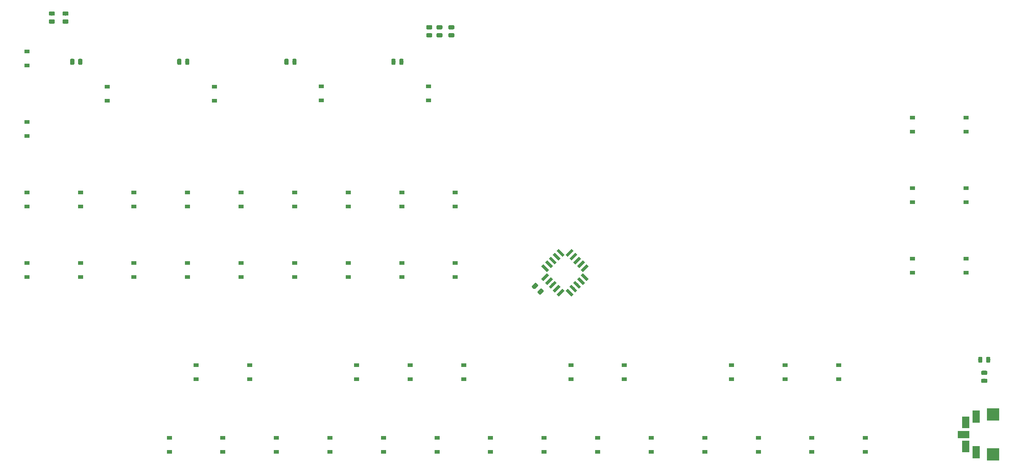
<source format=gbr>
G04 #@! TF.GenerationSoftware,KiCad,Pcbnew,(5.0.0)*
G04 #@! TF.CreationDate,2018-08-12T11:34:12+02:00*
G04 #@! TF.ProjectId,OTTOtact,4F54544F746163742E6B696361645F70,rev?*
G04 #@! TF.SameCoordinates,Original*
G04 #@! TF.FileFunction,Paste,Bot*
G04 #@! TF.FilePolarity,Positive*
%FSLAX46Y46*%
G04 Gerber Fmt 4.6, Leading zero omitted, Abs format (unit mm)*
G04 Created by KiCad (PCBNEW (5.0.0)) date 08/12/18 11:34:12*
%MOMM*%
%LPD*%
G01*
G04 APERTURE LIST*
%ADD10R,1.800000X2.800000*%
%ADD11R,2.800000X1.800000*%
%ADD12R,1.800000X3.000000*%
%ADD13R,3.000000X3.000000*%
%ADD14R,1.200000X0.900000*%
%ADD15C,0.700000*%
%ADD16C,0.100000*%
%ADD17C,0.975000*%
G04 APERTURE END LIST*
D10*
G04 #@! TO.C,J5*
X253336048Y-137593821D03*
X253336048Y-131993821D03*
D11*
X252836048Y-134793821D03*
D12*
X255836048Y-130593821D03*
X255836048Y-138993821D03*
D13*
X259836048Y-130093821D03*
X259836048Y-139493821D03*
G04 #@! TD*
D14*
G04 #@! TO.C,D2*
X32467040Y-44671881D03*
X32467040Y-47971881D03*
G04 #@! TD*
G04 #@! TO.C,D3*
X32467040Y-61271881D03*
X32467040Y-64571881D03*
G04 #@! TD*
G04 #@! TO.C,D4*
X32467040Y-77871881D03*
X32467040Y-81171881D03*
G04 #@! TD*
G04 #@! TO.C,D5*
X32467040Y-94471881D03*
X32467040Y-97771881D03*
G04 #@! TD*
G04 #@! TO.C,D6*
X45067040Y-77871881D03*
X45067040Y-81171881D03*
G04 #@! TD*
G04 #@! TO.C,D7*
X45067040Y-94471881D03*
X45067040Y-97771881D03*
G04 #@! TD*
G04 #@! TO.C,D8*
X72267040Y-118470060D03*
X72267040Y-121770060D03*
G04 #@! TD*
G04 #@! TO.C,D9*
X65967040Y-135570060D03*
X65967040Y-138870060D03*
G04 #@! TD*
G04 #@! TO.C,D10*
X57667040Y-77871881D03*
X57667040Y-81171881D03*
G04 #@! TD*
G04 #@! TO.C,D11*
X57667040Y-94471881D03*
X57667040Y-97771881D03*
G04 #@! TD*
G04 #@! TO.C,D12*
X84867040Y-118470060D03*
X84867040Y-121770060D03*
G04 #@! TD*
G04 #@! TO.C,D13*
X78567040Y-135570060D03*
X78567040Y-138870060D03*
G04 #@! TD*
G04 #@! TO.C,D14*
X70267040Y-77871881D03*
X70267040Y-81171881D03*
G04 #@! TD*
G04 #@! TO.C,D15*
X70267040Y-94471881D03*
X70267040Y-97771881D03*
G04 #@! TD*
G04 #@! TO.C,D16*
X91167040Y-135570060D03*
X91167040Y-138870060D03*
G04 #@! TD*
G04 #@! TO.C,D17*
X82867040Y-77871881D03*
X82867040Y-81171881D03*
G04 #@! TD*
G04 #@! TO.C,D18*
X82886048Y-94471881D03*
X82886048Y-97771881D03*
G04 #@! TD*
G04 #@! TO.C,D19*
X110067040Y-118470060D03*
X110067040Y-121770060D03*
G04 #@! TD*
G04 #@! TO.C,D20*
X103767040Y-135570060D03*
X103767040Y-138870060D03*
G04 #@! TD*
G04 #@! TO.C,D21*
X95467040Y-77871881D03*
X95467040Y-81171881D03*
G04 #@! TD*
G04 #@! TO.C,D22*
X95467040Y-94471881D03*
X95467040Y-97771881D03*
G04 #@! TD*
G04 #@! TO.C,D23*
X122667040Y-118470060D03*
X122667040Y-121770060D03*
G04 #@! TD*
G04 #@! TO.C,D24*
X116367040Y-135570060D03*
X116367040Y-138870060D03*
G04 #@! TD*
G04 #@! TO.C,D25*
X108067040Y-77871881D03*
X108067040Y-81171881D03*
G04 #@! TD*
G04 #@! TO.C,D26*
X108067040Y-94471881D03*
X108067040Y-97771881D03*
G04 #@! TD*
G04 #@! TO.C,D27*
X135267040Y-118470060D03*
X135267040Y-121770060D03*
G04 #@! TD*
G04 #@! TO.C,D28*
X128967040Y-135570060D03*
X128967040Y-138870060D03*
G04 #@! TD*
G04 #@! TO.C,D29*
X120667040Y-77871881D03*
X120667040Y-81171881D03*
G04 #@! TD*
G04 #@! TO.C,D30*
X120667040Y-94471881D03*
X120667040Y-97771881D03*
G04 #@! TD*
G04 #@! TO.C,D31*
X141567040Y-135570060D03*
X141567040Y-138870060D03*
G04 #@! TD*
G04 #@! TO.C,D32*
X133267040Y-77871881D03*
X133267040Y-81171881D03*
G04 #@! TD*
G04 #@! TO.C,D33*
X133267040Y-94471881D03*
X133267040Y-97771881D03*
G04 #@! TD*
G04 #@! TO.C,D34*
X160467040Y-118470060D03*
X160467040Y-121770060D03*
G04 #@! TD*
G04 #@! TO.C,D35*
X154167040Y-135570060D03*
X154167040Y-138870060D03*
G04 #@! TD*
G04 #@! TO.C,D36*
X173067040Y-118470060D03*
X173067040Y-121770060D03*
G04 #@! TD*
G04 #@! TO.C,D37*
X166767040Y-135570060D03*
X166767040Y-138870060D03*
G04 #@! TD*
G04 #@! TO.C,D38*
X179367040Y-135570060D03*
X179367040Y-138870060D03*
G04 #@! TD*
G04 #@! TO.C,D39*
X198267040Y-118470060D03*
X198267040Y-121770060D03*
G04 #@! TD*
G04 #@! TO.C,D40*
X191967040Y-135570060D03*
X191967040Y-138870060D03*
G04 #@! TD*
G04 #@! TO.C,D41*
X253467040Y-93471881D03*
X253467040Y-96771881D03*
G04 #@! TD*
G04 #@! TO.C,D42*
X240867040Y-93471881D03*
X240867040Y-96771881D03*
G04 #@! TD*
G04 #@! TO.C,D43*
X210867040Y-118470060D03*
X210867040Y-121770060D03*
G04 #@! TD*
G04 #@! TO.C,D44*
X204567040Y-135570060D03*
X204567040Y-138870060D03*
G04 #@! TD*
G04 #@! TO.C,D45*
X253467040Y-76871881D03*
X253467040Y-80171881D03*
G04 #@! TD*
G04 #@! TO.C,D46*
X240867040Y-76871881D03*
X240867040Y-80171881D03*
G04 #@! TD*
G04 #@! TO.C,D47*
X223467040Y-118470060D03*
X223467040Y-121770060D03*
G04 #@! TD*
G04 #@! TO.C,D48*
X217167040Y-135570060D03*
X217167040Y-138870060D03*
G04 #@! TD*
G04 #@! TO.C,D49*
X253467040Y-60271881D03*
X253467040Y-63571881D03*
G04 #@! TD*
G04 #@! TO.C,D50*
X240867040Y-60271881D03*
X240867040Y-63571881D03*
G04 #@! TD*
G04 #@! TO.C,D51*
X229767040Y-135570060D03*
X229767040Y-138870060D03*
G04 #@! TD*
G04 #@! TO.C,D52*
X51367040Y-52971881D03*
X51367040Y-56271881D03*
G04 #@! TD*
G04 #@! TO.C,D53*
X76557903Y-52971881D03*
X76557903Y-56271881D03*
G04 #@! TD*
G04 #@! TO.C,D54*
X101776911Y-52893821D03*
X101776911Y-56193821D03*
G04 #@! TD*
G04 #@! TO.C,D55*
X126976911Y-52893821D03*
X126976911Y-56193821D03*
G04 #@! TD*
D15*
G04 #@! TO.C,IC2*
X160150558Y-101364720D03*
D16*
G36*
X159222480Y-100931617D02*
X159717455Y-100436642D01*
X161078636Y-101797823D01*
X160583661Y-102292798D01*
X159222480Y-100931617D01*
X159222480Y-100931617D01*
G37*
D15*
X161048584Y-100466695D03*
D16*
G36*
X160120506Y-100033592D02*
X160615481Y-99538617D01*
X161976662Y-100899798D01*
X161481687Y-101394773D01*
X160120506Y-100033592D01*
X160120506Y-100033592D01*
G37*
D15*
X161946609Y-99568669D03*
D16*
G36*
X161018531Y-99135566D02*
X161513506Y-98640591D01*
X162874687Y-100001772D01*
X162379712Y-100496747D01*
X161018531Y-99135566D01*
X161018531Y-99135566D01*
G37*
D15*
X162844635Y-98670644D03*
D16*
G36*
X161916557Y-98237541D02*
X162411532Y-97742566D01*
X163772713Y-99103747D01*
X163277738Y-99598722D01*
X161916557Y-98237541D01*
X161916557Y-98237541D01*
G37*
D15*
X163742660Y-97772618D03*
D16*
G36*
X162814582Y-97339515D02*
X163309557Y-96844540D01*
X164670738Y-98205721D01*
X164175763Y-98700696D01*
X162814582Y-97339515D01*
X162814582Y-97339515D01*
G37*
D15*
X163742660Y-95633620D03*
D16*
G36*
X162814582Y-96066723D02*
X164175763Y-94705542D01*
X164670738Y-95200517D01*
X163309557Y-96561698D01*
X162814582Y-96066723D01*
X162814582Y-96066723D01*
G37*
D15*
X162844635Y-94735594D03*
D16*
G36*
X161916557Y-95168697D02*
X163277738Y-93807516D01*
X163772713Y-94302491D01*
X162411532Y-95663672D01*
X161916557Y-95168697D01*
X161916557Y-95168697D01*
G37*
D15*
X161946609Y-93837569D03*
D16*
G36*
X161018531Y-94270672D02*
X162379712Y-92909491D01*
X162874687Y-93404466D01*
X161513506Y-94765647D01*
X161018531Y-94270672D01*
X161018531Y-94270672D01*
G37*
D15*
X161048584Y-92939543D03*
D16*
G36*
X160120506Y-93372646D02*
X161481687Y-92011465D01*
X161976662Y-92506440D01*
X160615481Y-93867621D01*
X160120506Y-93372646D01*
X160120506Y-93372646D01*
G37*
D15*
X160150558Y-92041518D03*
D16*
G36*
X159222480Y-92474621D02*
X160583661Y-91113440D01*
X161078636Y-91608415D01*
X159717455Y-92969596D01*
X159222480Y-92474621D01*
X159222480Y-92474621D01*
G37*
D15*
X158011560Y-92041518D03*
D16*
G36*
X157083482Y-91608415D02*
X157578457Y-91113440D01*
X158939638Y-92474621D01*
X158444663Y-92969596D01*
X157083482Y-91608415D01*
X157083482Y-91608415D01*
G37*
D15*
X157113534Y-92939543D03*
D16*
G36*
X156185456Y-92506440D02*
X156680431Y-92011465D01*
X158041612Y-93372646D01*
X157546637Y-93867621D01*
X156185456Y-92506440D01*
X156185456Y-92506440D01*
G37*
D15*
X156215509Y-93837569D03*
D16*
G36*
X155287431Y-93404466D02*
X155782406Y-92909491D01*
X157143587Y-94270672D01*
X156648612Y-94765647D01*
X155287431Y-93404466D01*
X155287431Y-93404466D01*
G37*
D15*
X155317483Y-94735594D03*
D16*
G36*
X154389405Y-94302491D02*
X154884380Y-93807516D01*
X156245561Y-95168697D01*
X155750586Y-95663672D01*
X154389405Y-94302491D01*
X154389405Y-94302491D01*
G37*
D15*
X154419458Y-95633620D03*
D16*
G36*
X153491380Y-95200517D02*
X153986355Y-94705542D01*
X155347536Y-96066723D01*
X154852561Y-96561698D01*
X153491380Y-95200517D01*
X153491380Y-95200517D01*
G37*
D15*
X158011560Y-101364720D03*
D16*
G36*
X157083482Y-101797823D02*
X158444663Y-100436642D01*
X158939638Y-100931617D01*
X157578457Y-102292798D01*
X157083482Y-101797823D01*
X157083482Y-101797823D01*
G37*
D15*
X157113534Y-100466695D03*
D16*
G36*
X156185456Y-100899798D02*
X157546637Y-99538617D01*
X158041612Y-100033592D01*
X156680431Y-101394773D01*
X156185456Y-100899798D01*
X156185456Y-100899798D01*
G37*
D15*
X154419458Y-97772618D03*
D16*
G36*
X153491380Y-98205721D02*
X154852561Y-96844540D01*
X155347536Y-97339515D01*
X153986355Y-98700696D01*
X153491380Y-98205721D01*
X153491380Y-98205721D01*
G37*
D15*
X155317483Y-98670644D03*
D16*
G36*
X154389405Y-99103747D02*
X155750586Y-97742566D01*
X156245561Y-98237541D01*
X154884380Y-99598722D01*
X154389405Y-99103747D01*
X154389405Y-99103747D01*
G37*
D15*
X156215509Y-99568669D03*
D16*
G36*
X155287431Y-100001772D02*
X156648612Y-98640591D01*
X157143587Y-99135566D01*
X155782406Y-100496747D01*
X155287431Y-100001772D01*
X155287431Y-100001772D01*
G37*
G04 #@! TD*
G04 #@! TO.C,R31*
G36*
X258939527Y-116528985D02*
X258963188Y-116532495D01*
X258986392Y-116538307D01*
X259008914Y-116546365D01*
X259030538Y-116556593D01*
X259051055Y-116568890D01*
X259070268Y-116583140D01*
X259087992Y-116599204D01*
X259104056Y-116616928D01*
X259118306Y-116636141D01*
X259130603Y-116656658D01*
X259140831Y-116678282D01*
X259148889Y-116700804D01*
X259154701Y-116724008D01*
X259158211Y-116747669D01*
X259159385Y-116771561D01*
X259159385Y-117684061D01*
X259158211Y-117707953D01*
X259154701Y-117731614D01*
X259148889Y-117754818D01*
X259140831Y-117777340D01*
X259130603Y-117798964D01*
X259118306Y-117819481D01*
X259104056Y-117838694D01*
X259087992Y-117856418D01*
X259070268Y-117872482D01*
X259051055Y-117886732D01*
X259030538Y-117899029D01*
X259008914Y-117909257D01*
X258986392Y-117917315D01*
X258963188Y-117923127D01*
X258939527Y-117926637D01*
X258915635Y-117927811D01*
X258428135Y-117927811D01*
X258404243Y-117926637D01*
X258380582Y-117923127D01*
X258357378Y-117917315D01*
X258334856Y-117909257D01*
X258313232Y-117899029D01*
X258292715Y-117886732D01*
X258273502Y-117872482D01*
X258255778Y-117856418D01*
X258239714Y-117838694D01*
X258225464Y-117819481D01*
X258213167Y-117798964D01*
X258202939Y-117777340D01*
X258194881Y-117754818D01*
X258189069Y-117731614D01*
X258185559Y-117707953D01*
X258184385Y-117684061D01*
X258184385Y-116771561D01*
X258185559Y-116747669D01*
X258189069Y-116724008D01*
X258194881Y-116700804D01*
X258202939Y-116678282D01*
X258213167Y-116656658D01*
X258225464Y-116636141D01*
X258239714Y-116616928D01*
X258255778Y-116599204D01*
X258273502Y-116583140D01*
X258292715Y-116568890D01*
X258313232Y-116556593D01*
X258334856Y-116546365D01*
X258357378Y-116538307D01*
X258380582Y-116532495D01*
X258404243Y-116528985D01*
X258428135Y-116527811D01*
X258915635Y-116527811D01*
X258939527Y-116528985D01*
X258939527Y-116528985D01*
G37*
D17*
X258671885Y-117227811D03*
D16*
G36*
X257064527Y-116528985D02*
X257088188Y-116532495D01*
X257111392Y-116538307D01*
X257133914Y-116546365D01*
X257155538Y-116556593D01*
X257176055Y-116568890D01*
X257195268Y-116583140D01*
X257212992Y-116599204D01*
X257229056Y-116616928D01*
X257243306Y-116636141D01*
X257255603Y-116656658D01*
X257265831Y-116678282D01*
X257273889Y-116700804D01*
X257279701Y-116724008D01*
X257283211Y-116747669D01*
X257284385Y-116771561D01*
X257284385Y-117684061D01*
X257283211Y-117707953D01*
X257279701Y-117731614D01*
X257273889Y-117754818D01*
X257265831Y-117777340D01*
X257255603Y-117798964D01*
X257243306Y-117819481D01*
X257229056Y-117838694D01*
X257212992Y-117856418D01*
X257195268Y-117872482D01*
X257176055Y-117886732D01*
X257155538Y-117899029D01*
X257133914Y-117909257D01*
X257111392Y-117917315D01*
X257088188Y-117923127D01*
X257064527Y-117926637D01*
X257040635Y-117927811D01*
X256553135Y-117927811D01*
X256529243Y-117926637D01*
X256505582Y-117923127D01*
X256482378Y-117917315D01*
X256459856Y-117909257D01*
X256438232Y-117899029D01*
X256417715Y-117886732D01*
X256398502Y-117872482D01*
X256380778Y-117856418D01*
X256364714Y-117838694D01*
X256350464Y-117819481D01*
X256338167Y-117798964D01*
X256327939Y-117777340D01*
X256319881Y-117754818D01*
X256314069Y-117731614D01*
X256310559Y-117707953D01*
X256309385Y-117684061D01*
X256309385Y-116771561D01*
X256310559Y-116747669D01*
X256314069Y-116724008D01*
X256319881Y-116700804D01*
X256327939Y-116678282D01*
X256338167Y-116656658D01*
X256350464Y-116636141D01*
X256364714Y-116616928D01*
X256380778Y-116599204D01*
X256398502Y-116583140D01*
X256417715Y-116568890D01*
X256438232Y-116556593D01*
X256459856Y-116546365D01*
X256482378Y-116538307D01*
X256505582Y-116532495D01*
X256529243Y-116528985D01*
X256553135Y-116527811D01*
X257040635Y-116527811D01*
X257064527Y-116528985D01*
X257064527Y-116528985D01*
G37*
D17*
X256796885Y-117227811D03*
G04 #@! TD*
D16*
G04 #@! TO.C,R32*
G36*
X258214527Y-121680476D02*
X258238188Y-121683986D01*
X258261392Y-121689798D01*
X258283914Y-121697856D01*
X258305538Y-121708084D01*
X258326055Y-121720381D01*
X258345268Y-121734631D01*
X258362992Y-121750695D01*
X258379056Y-121768419D01*
X258393306Y-121787632D01*
X258405603Y-121808149D01*
X258415831Y-121829773D01*
X258423889Y-121852295D01*
X258429701Y-121875499D01*
X258433211Y-121899160D01*
X258434385Y-121923052D01*
X258434385Y-122410552D01*
X258433211Y-122434444D01*
X258429701Y-122458105D01*
X258423889Y-122481309D01*
X258415831Y-122503831D01*
X258405603Y-122525455D01*
X258393306Y-122545972D01*
X258379056Y-122565185D01*
X258362992Y-122582909D01*
X258345268Y-122598973D01*
X258326055Y-122613223D01*
X258305538Y-122625520D01*
X258283914Y-122635748D01*
X258261392Y-122643806D01*
X258238188Y-122649618D01*
X258214527Y-122653128D01*
X258190635Y-122654302D01*
X257278135Y-122654302D01*
X257254243Y-122653128D01*
X257230582Y-122649618D01*
X257207378Y-122643806D01*
X257184856Y-122635748D01*
X257163232Y-122625520D01*
X257142715Y-122613223D01*
X257123502Y-122598973D01*
X257105778Y-122582909D01*
X257089714Y-122565185D01*
X257075464Y-122545972D01*
X257063167Y-122525455D01*
X257052939Y-122503831D01*
X257044881Y-122481309D01*
X257039069Y-122458105D01*
X257035559Y-122434444D01*
X257034385Y-122410552D01*
X257034385Y-121923052D01*
X257035559Y-121899160D01*
X257039069Y-121875499D01*
X257044881Y-121852295D01*
X257052939Y-121829773D01*
X257063167Y-121808149D01*
X257075464Y-121787632D01*
X257089714Y-121768419D01*
X257105778Y-121750695D01*
X257123502Y-121734631D01*
X257142715Y-121720381D01*
X257163232Y-121708084D01*
X257184856Y-121697856D01*
X257207378Y-121689798D01*
X257230582Y-121683986D01*
X257254243Y-121680476D01*
X257278135Y-121679302D01*
X258190635Y-121679302D01*
X258214527Y-121680476D01*
X258214527Y-121680476D01*
G37*
D17*
X257734385Y-122166802D03*
D16*
G36*
X258214527Y-119805476D02*
X258238188Y-119808986D01*
X258261392Y-119814798D01*
X258283914Y-119822856D01*
X258305538Y-119833084D01*
X258326055Y-119845381D01*
X258345268Y-119859631D01*
X258362992Y-119875695D01*
X258379056Y-119893419D01*
X258393306Y-119912632D01*
X258405603Y-119933149D01*
X258415831Y-119954773D01*
X258423889Y-119977295D01*
X258429701Y-120000499D01*
X258433211Y-120024160D01*
X258434385Y-120048052D01*
X258434385Y-120535552D01*
X258433211Y-120559444D01*
X258429701Y-120583105D01*
X258423889Y-120606309D01*
X258415831Y-120628831D01*
X258405603Y-120650455D01*
X258393306Y-120670972D01*
X258379056Y-120690185D01*
X258362992Y-120707909D01*
X258345268Y-120723973D01*
X258326055Y-120738223D01*
X258305538Y-120750520D01*
X258283914Y-120760748D01*
X258261392Y-120768806D01*
X258238188Y-120774618D01*
X258214527Y-120778128D01*
X258190635Y-120779302D01*
X257278135Y-120779302D01*
X257254243Y-120778128D01*
X257230582Y-120774618D01*
X257207378Y-120768806D01*
X257184856Y-120760748D01*
X257163232Y-120750520D01*
X257142715Y-120738223D01*
X257123502Y-120723973D01*
X257105778Y-120707909D01*
X257089714Y-120690185D01*
X257075464Y-120670972D01*
X257063167Y-120650455D01*
X257052939Y-120628831D01*
X257044881Y-120606309D01*
X257039069Y-120583105D01*
X257035559Y-120559444D01*
X257034385Y-120535552D01*
X257034385Y-120048052D01*
X257035559Y-120024160D01*
X257039069Y-120000499D01*
X257044881Y-119977295D01*
X257052939Y-119954773D01*
X257063167Y-119933149D01*
X257075464Y-119912632D01*
X257089714Y-119893419D01*
X257105778Y-119875695D01*
X257123502Y-119859631D01*
X257142715Y-119845381D01*
X257163232Y-119833084D01*
X257184856Y-119822856D01*
X257207378Y-119814798D01*
X257230582Y-119808986D01*
X257254243Y-119805476D01*
X257278135Y-119804302D01*
X258190635Y-119804302D01*
X258214527Y-119805476D01*
X258214527Y-119805476D01*
G37*
D17*
X257734385Y-120291802D03*
G04 #@! TD*
D16*
G04 #@! TO.C,C11*
G36*
X127616527Y-40360900D02*
X127640188Y-40364410D01*
X127663392Y-40370222D01*
X127685914Y-40378280D01*
X127707538Y-40388508D01*
X127728055Y-40400805D01*
X127747268Y-40415055D01*
X127764992Y-40431119D01*
X127781056Y-40448843D01*
X127795306Y-40468056D01*
X127807603Y-40488573D01*
X127817831Y-40510197D01*
X127825889Y-40532719D01*
X127831701Y-40555923D01*
X127835211Y-40579584D01*
X127836385Y-40603476D01*
X127836385Y-41090976D01*
X127835211Y-41114868D01*
X127831701Y-41138529D01*
X127825889Y-41161733D01*
X127817831Y-41184255D01*
X127807603Y-41205879D01*
X127795306Y-41226396D01*
X127781056Y-41245609D01*
X127764992Y-41263333D01*
X127747268Y-41279397D01*
X127728055Y-41293647D01*
X127707538Y-41305944D01*
X127685914Y-41316172D01*
X127663392Y-41324230D01*
X127640188Y-41330042D01*
X127616527Y-41333552D01*
X127592635Y-41334726D01*
X126680135Y-41334726D01*
X126656243Y-41333552D01*
X126632582Y-41330042D01*
X126609378Y-41324230D01*
X126586856Y-41316172D01*
X126565232Y-41305944D01*
X126544715Y-41293647D01*
X126525502Y-41279397D01*
X126507778Y-41263333D01*
X126491714Y-41245609D01*
X126477464Y-41226396D01*
X126465167Y-41205879D01*
X126454939Y-41184255D01*
X126446881Y-41161733D01*
X126441069Y-41138529D01*
X126437559Y-41114868D01*
X126436385Y-41090976D01*
X126436385Y-40603476D01*
X126437559Y-40579584D01*
X126441069Y-40555923D01*
X126446881Y-40532719D01*
X126454939Y-40510197D01*
X126465167Y-40488573D01*
X126477464Y-40468056D01*
X126491714Y-40448843D01*
X126507778Y-40431119D01*
X126525502Y-40415055D01*
X126544715Y-40400805D01*
X126565232Y-40388508D01*
X126586856Y-40378280D01*
X126609378Y-40370222D01*
X126632582Y-40364410D01*
X126656243Y-40360900D01*
X126680135Y-40359726D01*
X127592635Y-40359726D01*
X127616527Y-40360900D01*
X127616527Y-40360900D01*
G37*
D17*
X127136385Y-40847226D03*
D16*
G36*
X127616527Y-38485900D02*
X127640188Y-38489410D01*
X127663392Y-38495222D01*
X127685914Y-38503280D01*
X127707538Y-38513508D01*
X127728055Y-38525805D01*
X127747268Y-38540055D01*
X127764992Y-38556119D01*
X127781056Y-38573843D01*
X127795306Y-38593056D01*
X127807603Y-38613573D01*
X127817831Y-38635197D01*
X127825889Y-38657719D01*
X127831701Y-38680923D01*
X127835211Y-38704584D01*
X127836385Y-38728476D01*
X127836385Y-39215976D01*
X127835211Y-39239868D01*
X127831701Y-39263529D01*
X127825889Y-39286733D01*
X127817831Y-39309255D01*
X127807603Y-39330879D01*
X127795306Y-39351396D01*
X127781056Y-39370609D01*
X127764992Y-39388333D01*
X127747268Y-39404397D01*
X127728055Y-39418647D01*
X127707538Y-39430944D01*
X127685914Y-39441172D01*
X127663392Y-39449230D01*
X127640188Y-39455042D01*
X127616527Y-39458552D01*
X127592635Y-39459726D01*
X126680135Y-39459726D01*
X126656243Y-39458552D01*
X126632582Y-39455042D01*
X126609378Y-39449230D01*
X126586856Y-39441172D01*
X126565232Y-39430944D01*
X126544715Y-39418647D01*
X126525502Y-39404397D01*
X126507778Y-39388333D01*
X126491714Y-39370609D01*
X126477464Y-39351396D01*
X126465167Y-39330879D01*
X126454939Y-39309255D01*
X126446881Y-39286733D01*
X126441069Y-39263529D01*
X126437559Y-39239868D01*
X126436385Y-39215976D01*
X126436385Y-38728476D01*
X126437559Y-38704584D01*
X126441069Y-38680923D01*
X126446881Y-38657719D01*
X126454939Y-38635197D01*
X126465167Y-38613573D01*
X126477464Y-38593056D01*
X126491714Y-38573843D01*
X126507778Y-38556119D01*
X126525502Y-38540055D01*
X126544715Y-38525805D01*
X126565232Y-38513508D01*
X126586856Y-38503280D01*
X126609378Y-38495222D01*
X126632582Y-38489410D01*
X126656243Y-38485900D01*
X126680135Y-38484726D01*
X127592635Y-38484726D01*
X127616527Y-38485900D01*
X127616527Y-38485900D01*
G37*
D17*
X127136385Y-38972226D03*
G04 #@! TD*
D16*
G04 #@! TO.C,R3*
G36*
X43407053Y-46394995D02*
X43430714Y-46398505D01*
X43453918Y-46404317D01*
X43476440Y-46412375D01*
X43498064Y-46422603D01*
X43518581Y-46434900D01*
X43537794Y-46449150D01*
X43555518Y-46465214D01*
X43571582Y-46482938D01*
X43585832Y-46502151D01*
X43598129Y-46522668D01*
X43608357Y-46544292D01*
X43616415Y-46566814D01*
X43622227Y-46590018D01*
X43625737Y-46613679D01*
X43626911Y-46637571D01*
X43626911Y-47550071D01*
X43625737Y-47573963D01*
X43622227Y-47597624D01*
X43616415Y-47620828D01*
X43608357Y-47643350D01*
X43598129Y-47664974D01*
X43585832Y-47685491D01*
X43571582Y-47704704D01*
X43555518Y-47722428D01*
X43537794Y-47738492D01*
X43518581Y-47752742D01*
X43498064Y-47765039D01*
X43476440Y-47775267D01*
X43453918Y-47783325D01*
X43430714Y-47789137D01*
X43407053Y-47792647D01*
X43383161Y-47793821D01*
X42895661Y-47793821D01*
X42871769Y-47792647D01*
X42848108Y-47789137D01*
X42824904Y-47783325D01*
X42802382Y-47775267D01*
X42780758Y-47765039D01*
X42760241Y-47752742D01*
X42741028Y-47738492D01*
X42723304Y-47722428D01*
X42707240Y-47704704D01*
X42692990Y-47685491D01*
X42680693Y-47664974D01*
X42670465Y-47643350D01*
X42662407Y-47620828D01*
X42656595Y-47597624D01*
X42653085Y-47573963D01*
X42651911Y-47550071D01*
X42651911Y-46637571D01*
X42653085Y-46613679D01*
X42656595Y-46590018D01*
X42662407Y-46566814D01*
X42670465Y-46544292D01*
X42680693Y-46522668D01*
X42692990Y-46502151D01*
X42707240Y-46482938D01*
X42723304Y-46465214D01*
X42741028Y-46449150D01*
X42760241Y-46434900D01*
X42780758Y-46422603D01*
X42802382Y-46412375D01*
X42824904Y-46404317D01*
X42848108Y-46398505D01*
X42871769Y-46394995D01*
X42895661Y-46393821D01*
X43383161Y-46393821D01*
X43407053Y-46394995D01*
X43407053Y-46394995D01*
G37*
D17*
X43139411Y-47093821D03*
D16*
G36*
X45282053Y-46394995D02*
X45305714Y-46398505D01*
X45328918Y-46404317D01*
X45351440Y-46412375D01*
X45373064Y-46422603D01*
X45393581Y-46434900D01*
X45412794Y-46449150D01*
X45430518Y-46465214D01*
X45446582Y-46482938D01*
X45460832Y-46502151D01*
X45473129Y-46522668D01*
X45483357Y-46544292D01*
X45491415Y-46566814D01*
X45497227Y-46590018D01*
X45500737Y-46613679D01*
X45501911Y-46637571D01*
X45501911Y-47550071D01*
X45500737Y-47573963D01*
X45497227Y-47597624D01*
X45491415Y-47620828D01*
X45483357Y-47643350D01*
X45473129Y-47664974D01*
X45460832Y-47685491D01*
X45446582Y-47704704D01*
X45430518Y-47722428D01*
X45412794Y-47738492D01*
X45393581Y-47752742D01*
X45373064Y-47765039D01*
X45351440Y-47775267D01*
X45328918Y-47783325D01*
X45305714Y-47789137D01*
X45282053Y-47792647D01*
X45258161Y-47793821D01*
X44770661Y-47793821D01*
X44746769Y-47792647D01*
X44723108Y-47789137D01*
X44699904Y-47783325D01*
X44677382Y-47775267D01*
X44655758Y-47765039D01*
X44635241Y-47752742D01*
X44616028Y-47738492D01*
X44598304Y-47722428D01*
X44582240Y-47704704D01*
X44567990Y-47685491D01*
X44555693Y-47664974D01*
X44545465Y-47643350D01*
X44537407Y-47620828D01*
X44531595Y-47597624D01*
X44528085Y-47573963D01*
X44526911Y-47550071D01*
X44526911Y-46637571D01*
X44528085Y-46613679D01*
X44531595Y-46590018D01*
X44537407Y-46566814D01*
X44545465Y-46544292D01*
X44555693Y-46522668D01*
X44567990Y-46502151D01*
X44582240Y-46482938D01*
X44598304Y-46465214D01*
X44616028Y-46449150D01*
X44635241Y-46434900D01*
X44655758Y-46422603D01*
X44677382Y-46412375D01*
X44699904Y-46404317D01*
X44723108Y-46398505D01*
X44746769Y-46394995D01*
X44770661Y-46393821D01*
X45258161Y-46393821D01*
X45282053Y-46394995D01*
X45282053Y-46394995D01*
G37*
D17*
X45014411Y-47093821D03*
G04 #@! TD*
D16*
G04 #@! TO.C,R4*
G36*
X68582053Y-46394995D02*
X68605714Y-46398505D01*
X68628918Y-46404317D01*
X68651440Y-46412375D01*
X68673064Y-46422603D01*
X68693581Y-46434900D01*
X68712794Y-46449150D01*
X68730518Y-46465214D01*
X68746582Y-46482938D01*
X68760832Y-46502151D01*
X68773129Y-46522668D01*
X68783357Y-46544292D01*
X68791415Y-46566814D01*
X68797227Y-46590018D01*
X68800737Y-46613679D01*
X68801911Y-46637571D01*
X68801911Y-47550071D01*
X68800737Y-47573963D01*
X68797227Y-47597624D01*
X68791415Y-47620828D01*
X68783357Y-47643350D01*
X68773129Y-47664974D01*
X68760832Y-47685491D01*
X68746582Y-47704704D01*
X68730518Y-47722428D01*
X68712794Y-47738492D01*
X68693581Y-47752742D01*
X68673064Y-47765039D01*
X68651440Y-47775267D01*
X68628918Y-47783325D01*
X68605714Y-47789137D01*
X68582053Y-47792647D01*
X68558161Y-47793821D01*
X68070661Y-47793821D01*
X68046769Y-47792647D01*
X68023108Y-47789137D01*
X67999904Y-47783325D01*
X67977382Y-47775267D01*
X67955758Y-47765039D01*
X67935241Y-47752742D01*
X67916028Y-47738492D01*
X67898304Y-47722428D01*
X67882240Y-47704704D01*
X67867990Y-47685491D01*
X67855693Y-47664974D01*
X67845465Y-47643350D01*
X67837407Y-47620828D01*
X67831595Y-47597624D01*
X67828085Y-47573963D01*
X67826911Y-47550071D01*
X67826911Y-46637571D01*
X67828085Y-46613679D01*
X67831595Y-46590018D01*
X67837407Y-46566814D01*
X67845465Y-46544292D01*
X67855693Y-46522668D01*
X67867990Y-46502151D01*
X67882240Y-46482938D01*
X67898304Y-46465214D01*
X67916028Y-46449150D01*
X67935241Y-46434900D01*
X67955758Y-46422603D01*
X67977382Y-46412375D01*
X67999904Y-46404317D01*
X68023108Y-46398505D01*
X68046769Y-46394995D01*
X68070661Y-46393821D01*
X68558161Y-46393821D01*
X68582053Y-46394995D01*
X68582053Y-46394995D01*
G37*
D17*
X68314411Y-47093821D03*
D16*
G36*
X70457053Y-46394995D02*
X70480714Y-46398505D01*
X70503918Y-46404317D01*
X70526440Y-46412375D01*
X70548064Y-46422603D01*
X70568581Y-46434900D01*
X70587794Y-46449150D01*
X70605518Y-46465214D01*
X70621582Y-46482938D01*
X70635832Y-46502151D01*
X70648129Y-46522668D01*
X70658357Y-46544292D01*
X70666415Y-46566814D01*
X70672227Y-46590018D01*
X70675737Y-46613679D01*
X70676911Y-46637571D01*
X70676911Y-47550071D01*
X70675737Y-47573963D01*
X70672227Y-47597624D01*
X70666415Y-47620828D01*
X70658357Y-47643350D01*
X70648129Y-47664974D01*
X70635832Y-47685491D01*
X70621582Y-47704704D01*
X70605518Y-47722428D01*
X70587794Y-47738492D01*
X70568581Y-47752742D01*
X70548064Y-47765039D01*
X70526440Y-47775267D01*
X70503918Y-47783325D01*
X70480714Y-47789137D01*
X70457053Y-47792647D01*
X70433161Y-47793821D01*
X69945661Y-47793821D01*
X69921769Y-47792647D01*
X69898108Y-47789137D01*
X69874904Y-47783325D01*
X69852382Y-47775267D01*
X69830758Y-47765039D01*
X69810241Y-47752742D01*
X69791028Y-47738492D01*
X69773304Y-47722428D01*
X69757240Y-47704704D01*
X69742990Y-47685491D01*
X69730693Y-47664974D01*
X69720465Y-47643350D01*
X69712407Y-47620828D01*
X69706595Y-47597624D01*
X69703085Y-47573963D01*
X69701911Y-47550071D01*
X69701911Y-46637571D01*
X69703085Y-46613679D01*
X69706595Y-46590018D01*
X69712407Y-46566814D01*
X69720465Y-46544292D01*
X69730693Y-46522668D01*
X69742990Y-46502151D01*
X69757240Y-46482938D01*
X69773304Y-46465214D01*
X69791028Y-46449150D01*
X69810241Y-46434900D01*
X69830758Y-46422603D01*
X69852382Y-46412375D01*
X69874904Y-46404317D01*
X69898108Y-46398505D01*
X69921769Y-46394995D01*
X69945661Y-46393821D01*
X70433161Y-46393821D01*
X70457053Y-46394995D01*
X70457053Y-46394995D01*
G37*
D17*
X70189411Y-47093821D03*
G04 #@! TD*
D16*
G04 #@! TO.C,R5*
G36*
X93807053Y-46394995D02*
X93830714Y-46398505D01*
X93853918Y-46404317D01*
X93876440Y-46412375D01*
X93898064Y-46422603D01*
X93918581Y-46434900D01*
X93937794Y-46449150D01*
X93955518Y-46465214D01*
X93971582Y-46482938D01*
X93985832Y-46502151D01*
X93998129Y-46522668D01*
X94008357Y-46544292D01*
X94016415Y-46566814D01*
X94022227Y-46590018D01*
X94025737Y-46613679D01*
X94026911Y-46637571D01*
X94026911Y-47550071D01*
X94025737Y-47573963D01*
X94022227Y-47597624D01*
X94016415Y-47620828D01*
X94008357Y-47643350D01*
X93998129Y-47664974D01*
X93985832Y-47685491D01*
X93971582Y-47704704D01*
X93955518Y-47722428D01*
X93937794Y-47738492D01*
X93918581Y-47752742D01*
X93898064Y-47765039D01*
X93876440Y-47775267D01*
X93853918Y-47783325D01*
X93830714Y-47789137D01*
X93807053Y-47792647D01*
X93783161Y-47793821D01*
X93295661Y-47793821D01*
X93271769Y-47792647D01*
X93248108Y-47789137D01*
X93224904Y-47783325D01*
X93202382Y-47775267D01*
X93180758Y-47765039D01*
X93160241Y-47752742D01*
X93141028Y-47738492D01*
X93123304Y-47722428D01*
X93107240Y-47704704D01*
X93092990Y-47685491D01*
X93080693Y-47664974D01*
X93070465Y-47643350D01*
X93062407Y-47620828D01*
X93056595Y-47597624D01*
X93053085Y-47573963D01*
X93051911Y-47550071D01*
X93051911Y-46637571D01*
X93053085Y-46613679D01*
X93056595Y-46590018D01*
X93062407Y-46566814D01*
X93070465Y-46544292D01*
X93080693Y-46522668D01*
X93092990Y-46502151D01*
X93107240Y-46482938D01*
X93123304Y-46465214D01*
X93141028Y-46449150D01*
X93160241Y-46434900D01*
X93180758Y-46422603D01*
X93202382Y-46412375D01*
X93224904Y-46404317D01*
X93248108Y-46398505D01*
X93271769Y-46394995D01*
X93295661Y-46393821D01*
X93783161Y-46393821D01*
X93807053Y-46394995D01*
X93807053Y-46394995D01*
G37*
D17*
X93539411Y-47093821D03*
D16*
G36*
X95682053Y-46394995D02*
X95705714Y-46398505D01*
X95728918Y-46404317D01*
X95751440Y-46412375D01*
X95773064Y-46422603D01*
X95793581Y-46434900D01*
X95812794Y-46449150D01*
X95830518Y-46465214D01*
X95846582Y-46482938D01*
X95860832Y-46502151D01*
X95873129Y-46522668D01*
X95883357Y-46544292D01*
X95891415Y-46566814D01*
X95897227Y-46590018D01*
X95900737Y-46613679D01*
X95901911Y-46637571D01*
X95901911Y-47550071D01*
X95900737Y-47573963D01*
X95897227Y-47597624D01*
X95891415Y-47620828D01*
X95883357Y-47643350D01*
X95873129Y-47664974D01*
X95860832Y-47685491D01*
X95846582Y-47704704D01*
X95830518Y-47722428D01*
X95812794Y-47738492D01*
X95793581Y-47752742D01*
X95773064Y-47765039D01*
X95751440Y-47775267D01*
X95728918Y-47783325D01*
X95705714Y-47789137D01*
X95682053Y-47792647D01*
X95658161Y-47793821D01*
X95170661Y-47793821D01*
X95146769Y-47792647D01*
X95123108Y-47789137D01*
X95099904Y-47783325D01*
X95077382Y-47775267D01*
X95055758Y-47765039D01*
X95035241Y-47752742D01*
X95016028Y-47738492D01*
X94998304Y-47722428D01*
X94982240Y-47704704D01*
X94967990Y-47685491D01*
X94955693Y-47664974D01*
X94945465Y-47643350D01*
X94937407Y-47620828D01*
X94931595Y-47597624D01*
X94928085Y-47573963D01*
X94926911Y-47550071D01*
X94926911Y-46637571D01*
X94928085Y-46613679D01*
X94931595Y-46590018D01*
X94937407Y-46566814D01*
X94945465Y-46544292D01*
X94955693Y-46522668D01*
X94967990Y-46502151D01*
X94982240Y-46482938D01*
X94998304Y-46465214D01*
X95016028Y-46449150D01*
X95035241Y-46434900D01*
X95055758Y-46422603D01*
X95077382Y-46412375D01*
X95099904Y-46404317D01*
X95123108Y-46398505D01*
X95146769Y-46394995D01*
X95170661Y-46393821D01*
X95658161Y-46393821D01*
X95682053Y-46394995D01*
X95682053Y-46394995D01*
G37*
D17*
X95414411Y-47093821D03*
G04 #@! TD*
D16*
G04 #@! TO.C,R6*
G36*
X118982053Y-46394995D02*
X119005714Y-46398505D01*
X119028918Y-46404317D01*
X119051440Y-46412375D01*
X119073064Y-46422603D01*
X119093581Y-46434900D01*
X119112794Y-46449150D01*
X119130518Y-46465214D01*
X119146582Y-46482938D01*
X119160832Y-46502151D01*
X119173129Y-46522668D01*
X119183357Y-46544292D01*
X119191415Y-46566814D01*
X119197227Y-46590018D01*
X119200737Y-46613679D01*
X119201911Y-46637571D01*
X119201911Y-47550071D01*
X119200737Y-47573963D01*
X119197227Y-47597624D01*
X119191415Y-47620828D01*
X119183357Y-47643350D01*
X119173129Y-47664974D01*
X119160832Y-47685491D01*
X119146582Y-47704704D01*
X119130518Y-47722428D01*
X119112794Y-47738492D01*
X119093581Y-47752742D01*
X119073064Y-47765039D01*
X119051440Y-47775267D01*
X119028918Y-47783325D01*
X119005714Y-47789137D01*
X118982053Y-47792647D01*
X118958161Y-47793821D01*
X118470661Y-47793821D01*
X118446769Y-47792647D01*
X118423108Y-47789137D01*
X118399904Y-47783325D01*
X118377382Y-47775267D01*
X118355758Y-47765039D01*
X118335241Y-47752742D01*
X118316028Y-47738492D01*
X118298304Y-47722428D01*
X118282240Y-47704704D01*
X118267990Y-47685491D01*
X118255693Y-47664974D01*
X118245465Y-47643350D01*
X118237407Y-47620828D01*
X118231595Y-47597624D01*
X118228085Y-47573963D01*
X118226911Y-47550071D01*
X118226911Y-46637571D01*
X118228085Y-46613679D01*
X118231595Y-46590018D01*
X118237407Y-46566814D01*
X118245465Y-46544292D01*
X118255693Y-46522668D01*
X118267990Y-46502151D01*
X118282240Y-46482938D01*
X118298304Y-46465214D01*
X118316028Y-46449150D01*
X118335241Y-46434900D01*
X118355758Y-46422603D01*
X118377382Y-46412375D01*
X118399904Y-46404317D01*
X118423108Y-46398505D01*
X118446769Y-46394995D01*
X118470661Y-46393821D01*
X118958161Y-46393821D01*
X118982053Y-46394995D01*
X118982053Y-46394995D01*
G37*
D17*
X118714411Y-47093821D03*
D16*
G36*
X120857053Y-46394995D02*
X120880714Y-46398505D01*
X120903918Y-46404317D01*
X120926440Y-46412375D01*
X120948064Y-46422603D01*
X120968581Y-46434900D01*
X120987794Y-46449150D01*
X121005518Y-46465214D01*
X121021582Y-46482938D01*
X121035832Y-46502151D01*
X121048129Y-46522668D01*
X121058357Y-46544292D01*
X121066415Y-46566814D01*
X121072227Y-46590018D01*
X121075737Y-46613679D01*
X121076911Y-46637571D01*
X121076911Y-47550071D01*
X121075737Y-47573963D01*
X121072227Y-47597624D01*
X121066415Y-47620828D01*
X121058357Y-47643350D01*
X121048129Y-47664974D01*
X121035832Y-47685491D01*
X121021582Y-47704704D01*
X121005518Y-47722428D01*
X120987794Y-47738492D01*
X120968581Y-47752742D01*
X120948064Y-47765039D01*
X120926440Y-47775267D01*
X120903918Y-47783325D01*
X120880714Y-47789137D01*
X120857053Y-47792647D01*
X120833161Y-47793821D01*
X120345661Y-47793821D01*
X120321769Y-47792647D01*
X120298108Y-47789137D01*
X120274904Y-47783325D01*
X120252382Y-47775267D01*
X120230758Y-47765039D01*
X120210241Y-47752742D01*
X120191028Y-47738492D01*
X120173304Y-47722428D01*
X120157240Y-47704704D01*
X120142990Y-47685491D01*
X120130693Y-47664974D01*
X120120465Y-47643350D01*
X120112407Y-47620828D01*
X120106595Y-47597624D01*
X120103085Y-47573963D01*
X120101911Y-47550071D01*
X120101911Y-46637571D01*
X120103085Y-46613679D01*
X120106595Y-46590018D01*
X120112407Y-46566814D01*
X120120465Y-46544292D01*
X120130693Y-46522668D01*
X120142990Y-46502151D01*
X120157240Y-46482938D01*
X120173304Y-46465214D01*
X120191028Y-46449150D01*
X120210241Y-46434900D01*
X120230758Y-46422603D01*
X120252382Y-46412375D01*
X120274904Y-46404317D01*
X120298108Y-46398505D01*
X120321769Y-46394995D01*
X120345661Y-46393821D01*
X120833161Y-46393821D01*
X120857053Y-46394995D01*
X120857053Y-46394995D01*
G37*
D17*
X120589411Y-47093821D03*
G04 #@! TD*
D16*
G04 #@! TO.C,R7*
G36*
X132816527Y-38485900D02*
X132840188Y-38489410D01*
X132863392Y-38495222D01*
X132885914Y-38503280D01*
X132907538Y-38513508D01*
X132928055Y-38525805D01*
X132947268Y-38540055D01*
X132964992Y-38556119D01*
X132981056Y-38573843D01*
X132995306Y-38593056D01*
X133007603Y-38613573D01*
X133017831Y-38635197D01*
X133025889Y-38657719D01*
X133031701Y-38680923D01*
X133035211Y-38704584D01*
X133036385Y-38728476D01*
X133036385Y-39215976D01*
X133035211Y-39239868D01*
X133031701Y-39263529D01*
X133025889Y-39286733D01*
X133017831Y-39309255D01*
X133007603Y-39330879D01*
X132995306Y-39351396D01*
X132981056Y-39370609D01*
X132964992Y-39388333D01*
X132947268Y-39404397D01*
X132928055Y-39418647D01*
X132907538Y-39430944D01*
X132885914Y-39441172D01*
X132863392Y-39449230D01*
X132840188Y-39455042D01*
X132816527Y-39458552D01*
X132792635Y-39459726D01*
X131880135Y-39459726D01*
X131856243Y-39458552D01*
X131832582Y-39455042D01*
X131809378Y-39449230D01*
X131786856Y-39441172D01*
X131765232Y-39430944D01*
X131744715Y-39418647D01*
X131725502Y-39404397D01*
X131707778Y-39388333D01*
X131691714Y-39370609D01*
X131677464Y-39351396D01*
X131665167Y-39330879D01*
X131654939Y-39309255D01*
X131646881Y-39286733D01*
X131641069Y-39263529D01*
X131637559Y-39239868D01*
X131636385Y-39215976D01*
X131636385Y-38728476D01*
X131637559Y-38704584D01*
X131641069Y-38680923D01*
X131646881Y-38657719D01*
X131654939Y-38635197D01*
X131665167Y-38613573D01*
X131677464Y-38593056D01*
X131691714Y-38573843D01*
X131707778Y-38556119D01*
X131725502Y-38540055D01*
X131744715Y-38525805D01*
X131765232Y-38513508D01*
X131786856Y-38503280D01*
X131809378Y-38495222D01*
X131832582Y-38489410D01*
X131856243Y-38485900D01*
X131880135Y-38484726D01*
X132792635Y-38484726D01*
X132816527Y-38485900D01*
X132816527Y-38485900D01*
G37*
D17*
X132336385Y-38972226D03*
D16*
G36*
X132816527Y-40360900D02*
X132840188Y-40364410D01*
X132863392Y-40370222D01*
X132885914Y-40378280D01*
X132907538Y-40388508D01*
X132928055Y-40400805D01*
X132947268Y-40415055D01*
X132964992Y-40431119D01*
X132981056Y-40448843D01*
X132995306Y-40468056D01*
X133007603Y-40488573D01*
X133017831Y-40510197D01*
X133025889Y-40532719D01*
X133031701Y-40555923D01*
X133035211Y-40579584D01*
X133036385Y-40603476D01*
X133036385Y-41090976D01*
X133035211Y-41114868D01*
X133031701Y-41138529D01*
X133025889Y-41161733D01*
X133017831Y-41184255D01*
X133007603Y-41205879D01*
X132995306Y-41226396D01*
X132981056Y-41245609D01*
X132964992Y-41263333D01*
X132947268Y-41279397D01*
X132928055Y-41293647D01*
X132907538Y-41305944D01*
X132885914Y-41316172D01*
X132863392Y-41324230D01*
X132840188Y-41330042D01*
X132816527Y-41333552D01*
X132792635Y-41334726D01*
X131880135Y-41334726D01*
X131856243Y-41333552D01*
X131832582Y-41330042D01*
X131809378Y-41324230D01*
X131786856Y-41316172D01*
X131765232Y-41305944D01*
X131744715Y-41293647D01*
X131725502Y-41279397D01*
X131707778Y-41263333D01*
X131691714Y-41245609D01*
X131677464Y-41226396D01*
X131665167Y-41205879D01*
X131654939Y-41184255D01*
X131646881Y-41161733D01*
X131641069Y-41138529D01*
X131637559Y-41114868D01*
X131636385Y-41090976D01*
X131636385Y-40603476D01*
X131637559Y-40579584D01*
X131641069Y-40555923D01*
X131646881Y-40532719D01*
X131654939Y-40510197D01*
X131665167Y-40488573D01*
X131677464Y-40468056D01*
X131691714Y-40448843D01*
X131707778Y-40431119D01*
X131725502Y-40415055D01*
X131744715Y-40400805D01*
X131765232Y-40388508D01*
X131786856Y-40378280D01*
X131809378Y-40370222D01*
X131832582Y-40364410D01*
X131856243Y-40360900D01*
X131880135Y-40359726D01*
X132792635Y-40359726D01*
X132816527Y-40360900D01*
X132816527Y-40360900D01*
G37*
D17*
X132336385Y-40847226D03*
G04 #@! TD*
D16*
G04 #@! TO.C,R12*
G36*
X130016527Y-40360900D02*
X130040188Y-40364410D01*
X130063392Y-40370222D01*
X130085914Y-40378280D01*
X130107538Y-40388508D01*
X130128055Y-40400805D01*
X130147268Y-40415055D01*
X130164992Y-40431119D01*
X130181056Y-40448843D01*
X130195306Y-40468056D01*
X130207603Y-40488573D01*
X130217831Y-40510197D01*
X130225889Y-40532719D01*
X130231701Y-40555923D01*
X130235211Y-40579584D01*
X130236385Y-40603476D01*
X130236385Y-41090976D01*
X130235211Y-41114868D01*
X130231701Y-41138529D01*
X130225889Y-41161733D01*
X130217831Y-41184255D01*
X130207603Y-41205879D01*
X130195306Y-41226396D01*
X130181056Y-41245609D01*
X130164992Y-41263333D01*
X130147268Y-41279397D01*
X130128055Y-41293647D01*
X130107538Y-41305944D01*
X130085914Y-41316172D01*
X130063392Y-41324230D01*
X130040188Y-41330042D01*
X130016527Y-41333552D01*
X129992635Y-41334726D01*
X129080135Y-41334726D01*
X129056243Y-41333552D01*
X129032582Y-41330042D01*
X129009378Y-41324230D01*
X128986856Y-41316172D01*
X128965232Y-41305944D01*
X128944715Y-41293647D01*
X128925502Y-41279397D01*
X128907778Y-41263333D01*
X128891714Y-41245609D01*
X128877464Y-41226396D01*
X128865167Y-41205879D01*
X128854939Y-41184255D01*
X128846881Y-41161733D01*
X128841069Y-41138529D01*
X128837559Y-41114868D01*
X128836385Y-41090976D01*
X128836385Y-40603476D01*
X128837559Y-40579584D01*
X128841069Y-40555923D01*
X128846881Y-40532719D01*
X128854939Y-40510197D01*
X128865167Y-40488573D01*
X128877464Y-40468056D01*
X128891714Y-40448843D01*
X128907778Y-40431119D01*
X128925502Y-40415055D01*
X128944715Y-40400805D01*
X128965232Y-40388508D01*
X128986856Y-40378280D01*
X129009378Y-40370222D01*
X129032582Y-40364410D01*
X129056243Y-40360900D01*
X129080135Y-40359726D01*
X129992635Y-40359726D01*
X130016527Y-40360900D01*
X130016527Y-40360900D01*
G37*
D17*
X129536385Y-40847226D03*
D16*
G36*
X130016527Y-38485900D02*
X130040188Y-38489410D01*
X130063392Y-38495222D01*
X130085914Y-38503280D01*
X130107538Y-38513508D01*
X130128055Y-38525805D01*
X130147268Y-38540055D01*
X130164992Y-38556119D01*
X130181056Y-38573843D01*
X130195306Y-38593056D01*
X130207603Y-38613573D01*
X130217831Y-38635197D01*
X130225889Y-38657719D01*
X130231701Y-38680923D01*
X130235211Y-38704584D01*
X130236385Y-38728476D01*
X130236385Y-39215976D01*
X130235211Y-39239868D01*
X130231701Y-39263529D01*
X130225889Y-39286733D01*
X130217831Y-39309255D01*
X130207603Y-39330879D01*
X130195306Y-39351396D01*
X130181056Y-39370609D01*
X130164992Y-39388333D01*
X130147268Y-39404397D01*
X130128055Y-39418647D01*
X130107538Y-39430944D01*
X130085914Y-39441172D01*
X130063392Y-39449230D01*
X130040188Y-39455042D01*
X130016527Y-39458552D01*
X129992635Y-39459726D01*
X129080135Y-39459726D01*
X129056243Y-39458552D01*
X129032582Y-39455042D01*
X129009378Y-39449230D01*
X128986856Y-39441172D01*
X128965232Y-39430944D01*
X128944715Y-39418647D01*
X128925502Y-39404397D01*
X128907778Y-39388333D01*
X128891714Y-39370609D01*
X128877464Y-39351396D01*
X128865167Y-39330879D01*
X128854939Y-39309255D01*
X128846881Y-39286733D01*
X128841069Y-39263529D01*
X128837559Y-39239868D01*
X128836385Y-39215976D01*
X128836385Y-38728476D01*
X128837559Y-38704584D01*
X128841069Y-38680923D01*
X128846881Y-38657719D01*
X128854939Y-38635197D01*
X128865167Y-38613573D01*
X128877464Y-38593056D01*
X128891714Y-38573843D01*
X128907778Y-38556119D01*
X128925502Y-38540055D01*
X128944715Y-38525805D01*
X128965232Y-38513508D01*
X128986856Y-38503280D01*
X129009378Y-38495222D01*
X129032582Y-38489410D01*
X129056243Y-38485900D01*
X129080135Y-38484726D01*
X129992635Y-38484726D01*
X130016527Y-38485900D01*
X130016527Y-38485900D01*
G37*
D17*
X129536385Y-38972226D03*
G04 #@! TD*
D16*
G04 #@! TO.C,R13*
G36*
X38816527Y-35260900D02*
X38840188Y-35264410D01*
X38863392Y-35270222D01*
X38885914Y-35278280D01*
X38907538Y-35288508D01*
X38928055Y-35300805D01*
X38947268Y-35315055D01*
X38964992Y-35331119D01*
X38981056Y-35348843D01*
X38995306Y-35368056D01*
X39007603Y-35388573D01*
X39017831Y-35410197D01*
X39025889Y-35432719D01*
X39031701Y-35455923D01*
X39035211Y-35479584D01*
X39036385Y-35503476D01*
X39036385Y-35990976D01*
X39035211Y-36014868D01*
X39031701Y-36038529D01*
X39025889Y-36061733D01*
X39017831Y-36084255D01*
X39007603Y-36105879D01*
X38995306Y-36126396D01*
X38981056Y-36145609D01*
X38964992Y-36163333D01*
X38947268Y-36179397D01*
X38928055Y-36193647D01*
X38907538Y-36205944D01*
X38885914Y-36216172D01*
X38863392Y-36224230D01*
X38840188Y-36230042D01*
X38816527Y-36233552D01*
X38792635Y-36234726D01*
X37880135Y-36234726D01*
X37856243Y-36233552D01*
X37832582Y-36230042D01*
X37809378Y-36224230D01*
X37786856Y-36216172D01*
X37765232Y-36205944D01*
X37744715Y-36193647D01*
X37725502Y-36179397D01*
X37707778Y-36163333D01*
X37691714Y-36145609D01*
X37677464Y-36126396D01*
X37665167Y-36105879D01*
X37654939Y-36084255D01*
X37646881Y-36061733D01*
X37641069Y-36038529D01*
X37637559Y-36014868D01*
X37636385Y-35990976D01*
X37636385Y-35503476D01*
X37637559Y-35479584D01*
X37641069Y-35455923D01*
X37646881Y-35432719D01*
X37654939Y-35410197D01*
X37665167Y-35388573D01*
X37677464Y-35368056D01*
X37691714Y-35348843D01*
X37707778Y-35331119D01*
X37725502Y-35315055D01*
X37744715Y-35300805D01*
X37765232Y-35288508D01*
X37786856Y-35278280D01*
X37809378Y-35270222D01*
X37832582Y-35264410D01*
X37856243Y-35260900D01*
X37880135Y-35259726D01*
X38792635Y-35259726D01*
X38816527Y-35260900D01*
X38816527Y-35260900D01*
G37*
D17*
X38336385Y-35747226D03*
D16*
G36*
X38816527Y-37135900D02*
X38840188Y-37139410D01*
X38863392Y-37145222D01*
X38885914Y-37153280D01*
X38907538Y-37163508D01*
X38928055Y-37175805D01*
X38947268Y-37190055D01*
X38964992Y-37206119D01*
X38981056Y-37223843D01*
X38995306Y-37243056D01*
X39007603Y-37263573D01*
X39017831Y-37285197D01*
X39025889Y-37307719D01*
X39031701Y-37330923D01*
X39035211Y-37354584D01*
X39036385Y-37378476D01*
X39036385Y-37865976D01*
X39035211Y-37889868D01*
X39031701Y-37913529D01*
X39025889Y-37936733D01*
X39017831Y-37959255D01*
X39007603Y-37980879D01*
X38995306Y-38001396D01*
X38981056Y-38020609D01*
X38964992Y-38038333D01*
X38947268Y-38054397D01*
X38928055Y-38068647D01*
X38907538Y-38080944D01*
X38885914Y-38091172D01*
X38863392Y-38099230D01*
X38840188Y-38105042D01*
X38816527Y-38108552D01*
X38792635Y-38109726D01*
X37880135Y-38109726D01*
X37856243Y-38108552D01*
X37832582Y-38105042D01*
X37809378Y-38099230D01*
X37786856Y-38091172D01*
X37765232Y-38080944D01*
X37744715Y-38068647D01*
X37725502Y-38054397D01*
X37707778Y-38038333D01*
X37691714Y-38020609D01*
X37677464Y-38001396D01*
X37665167Y-37980879D01*
X37654939Y-37959255D01*
X37646881Y-37936733D01*
X37641069Y-37913529D01*
X37637559Y-37889868D01*
X37636385Y-37865976D01*
X37636385Y-37378476D01*
X37637559Y-37354584D01*
X37641069Y-37330923D01*
X37646881Y-37307719D01*
X37654939Y-37285197D01*
X37665167Y-37263573D01*
X37677464Y-37243056D01*
X37691714Y-37223843D01*
X37707778Y-37206119D01*
X37725502Y-37190055D01*
X37744715Y-37175805D01*
X37765232Y-37163508D01*
X37786856Y-37153280D01*
X37809378Y-37145222D01*
X37832582Y-37139410D01*
X37856243Y-37135900D01*
X37880135Y-37134726D01*
X38792635Y-37134726D01*
X38816527Y-37135900D01*
X38816527Y-37135900D01*
G37*
D17*
X38336385Y-37622226D03*
G04 #@! TD*
D16*
G04 #@! TO.C,R14*
G36*
X42016527Y-37135900D02*
X42040188Y-37139410D01*
X42063392Y-37145222D01*
X42085914Y-37153280D01*
X42107538Y-37163508D01*
X42128055Y-37175805D01*
X42147268Y-37190055D01*
X42164992Y-37206119D01*
X42181056Y-37223843D01*
X42195306Y-37243056D01*
X42207603Y-37263573D01*
X42217831Y-37285197D01*
X42225889Y-37307719D01*
X42231701Y-37330923D01*
X42235211Y-37354584D01*
X42236385Y-37378476D01*
X42236385Y-37865976D01*
X42235211Y-37889868D01*
X42231701Y-37913529D01*
X42225889Y-37936733D01*
X42217831Y-37959255D01*
X42207603Y-37980879D01*
X42195306Y-38001396D01*
X42181056Y-38020609D01*
X42164992Y-38038333D01*
X42147268Y-38054397D01*
X42128055Y-38068647D01*
X42107538Y-38080944D01*
X42085914Y-38091172D01*
X42063392Y-38099230D01*
X42040188Y-38105042D01*
X42016527Y-38108552D01*
X41992635Y-38109726D01*
X41080135Y-38109726D01*
X41056243Y-38108552D01*
X41032582Y-38105042D01*
X41009378Y-38099230D01*
X40986856Y-38091172D01*
X40965232Y-38080944D01*
X40944715Y-38068647D01*
X40925502Y-38054397D01*
X40907778Y-38038333D01*
X40891714Y-38020609D01*
X40877464Y-38001396D01*
X40865167Y-37980879D01*
X40854939Y-37959255D01*
X40846881Y-37936733D01*
X40841069Y-37913529D01*
X40837559Y-37889868D01*
X40836385Y-37865976D01*
X40836385Y-37378476D01*
X40837559Y-37354584D01*
X40841069Y-37330923D01*
X40846881Y-37307719D01*
X40854939Y-37285197D01*
X40865167Y-37263573D01*
X40877464Y-37243056D01*
X40891714Y-37223843D01*
X40907778Y-37206119D01*
X40925502Y-37190055D01*
X40944715Y-37175805D01*
X40965232Y-37163508D01*
X40986856Y-37153280D01*
X41009378Y-37145222D01*
X41032582Y-37139410D01*
X41056243Y-37135900D01*
X41080135Y-37134726D01*
X41992635Y-37134726D01*
X42016527Y-37135900D01*
X42016527Y-37135900D01*
G37*
D17*
X41536385Y-37622226D03*
D16*
G36*
X42016527Y-35260900D02*
X42040188Y-35264410D01*
X42063392Y-35270222D01*
X42085914Y-35278280D01*
X42107538Y-35288508D01*
X42128055Y-35300805D01*
X42147268Y-35315055D01*
X42164992Y-35331119D01*
X42181056Y-35348843D01*
X42195306Y-35368056D01*
X42207603Y-35388573D01*
X42217831Y-35410197D01*
X42225889Y-35432719D01*
X42231701Y-35455923D01*
X42235211Y-35479584D01*
X42236385Y-35503476D01*
X42236385Y-35990976D01*
X42235211Y-36014868D01*
X42231701Y-36038529D01*
X42225889Y-36061733D01*
X42217831Y-36084255D01*
X42207603Y-36105879D01*
X42195306Y-36126396D01*
X42181056Y-36145609D01*
X42164992Y-36163333D01*
X42147268Y-36179397D01*
X42128055Y-36193647D01*
X42107538Y-36205944D01*
X42085914Y-36216172D01*
X42063392Y-36224230D01*
X42040188Y-36230042D01*
X42016527Y-36233552D01*
X41992635Y-36234726D01*
X41080135Y-36234726D01*
X41056243Y-36233552D01*
X41032582Y-36230042D01*
X41009378Y-36224230D01*
X40986856Y-36216172D01*
X40965232Y-36205944D01*
X40944715Y-36193647D01*
X40925502Y-36179397D01*
X40907778Y-36163333D01*
X40891714Y-36145609D01*
X40877464Y-36126396D01*
X40865167Y-36105879D01*
X40854939Y-36084255D01*
X40846881Y-36061733D01*
X40841069Y-36038529D01*
X40837559Y-36014868D01*
X40836385Y-35990976D01*
X40836385Y-35503476D01*
X40837559Y-35479584D01*
X40841069Y-35455923D01*
X40846881Y-35432719D01*
X40854939Y-35410197D01*
X40865167Y-35388573D01*
X40877464Y-35368056D01*
X40891714Y-35348843D01*
X40907778Y-35331119D01*
X40925502Y-35315055D01*
X40944715Y-35300805D01*
X40965232Y-35288508D01*
X40986856Y-35278280D01*
X41009378Y-35270222D01*
X41032582Y-35264410D01*
X41056243Y-35260900D01*
X41080135Y-35259726D01*
X41992635Y-35259726D01*
X42016527Y-35260900D01*
X42016527Y-35260900D01*
G37*
D17*
X41536385Y-35747226D03*
G04 #@! TD*
D16*
G04 #@! TO.C,R27*
G36*
X152192298Y-99102655D02*
X152215959Y-99106165D01*
X152239163Y-99111977D01*
X152261685Y-99120035D01*
X152283309Y-99130263D01*
X152303826Y-99142560D01*
X152323039Y-99156810D01*
X152340763Y-99172874D01*
X152685478Y-99517589D01*
X152701542Y-99535313D01*
X152715792Y-99554526D01*
X152728089Y-99575043D01*
X152738317Y-99596667D01*
X152746375Y-99619189D01*
X152752187Y-99642393D01*
X152755697Y-99666054D01*
X152756871Y-99689946D01*
X152755697Y-99713838D01*
X152752187Y-99737499D01*
X152746375Y-99760703D01*
X152738317Y-99783225D01*
X152728089Y-99804849D01*
X152715792Y-99825366D01*
X152701542Y-99844579D01*
X152685478Y-99862303D01*
X152040243Y-100507538D01*
X152022519Y-100523602D01*
X152003306Y-100537852D01*
X151982789Y-100550149D01*
X151961165Y-100560377D01*
X151938643Y-100568435D01*
X151915439Y-100574247D01*
X151891778Y-100577757D01*
X151867886Y-100578931D01*
X151843994Y-100577757D01*
X151820333Y-100574247D01*
X151797129Y-100568435D01*
X151774607Y-100560377D01*
X151752983Y-100550149D01*
X151732466Y-100537852D01*
X151713253Y-100523602D01*
X151695529Y-100507538D01*
X151350814Y-100162823D01*
X151334750Y-100145099D01*
X151320500Y-100125886D01*
X151308203Y-100105369D01*
X151297975Y-100083745D01*
X151289917Y-100061223D01*
X151284105Y-100038019D01*
X151280595Y-100014358D01*
X151279421Y-99990466D01*
X151280595Y-99966574D01*
X151284105Y-99942913D01*
X151289917Y-99919709D01*
X151297975Y-99897187D01*
X151308203Y-99875563D01*
X151320500Y-99855046D01*
X151334750Y-99835833D01*
X151350814Y-99818109D01*
X151996049Y-99172874D01*
X152013773Y-99156810D01*
X152032986Y-99142560D01*
X152053503Y-99130263D01*
X152075127Y-99120035D01*
X152097649Y-99111977D01*
X152120853Y-99106165D01*
X152144514Y-99102655D01*
X152168406Y-99101481D01*
X152192298Y-99102655D01*
X152192298Y-99102655D01*
G37*
D17*
X152018146Y-99840206D03*
D16*
G36*
X153518124Y-100428481D02*
X153541785Y-100431991D01*
X153564989Y-100437803D01*
X153587511Y-100445861D01*
X153609135Y-100456089D01*
X153629652Y-100468386D01*
X153648865Y-100482636D01*
X153666589Y-100498700D01*
X154011304Y-100843415D01*
X154027368Y-100861139D01*
X154041618Y-100880352D01*
X154053915Y-100900869D01*
X154064143Y-100922493D01*
X154072201Y-100945015D01*
X154078013Y-100968219D01*
X154081523Y-100991880D01*
X154082697Y-101015772D01*
X154081523Y-101039664D01*
X154078013Y-101063325D01*
X154072201Y-101086529D01*
X154064143Y-101109051D01*
X154053915Y-101130675D01*
X154041618Y-101151192D01*
X154027368Y-101170405D01*
X154011304Y-101188129D01*
X153366069Y-101833364D01*
X153348345Y-101849428D01*
X153329132Y-101863678D01*
X153308615Y-101875975D01*
X153286991Y-101886203D01*
X153264469Y-101894261D01*
X153241265Y-101900073D01*
X153217604Y-101903583D01*
X153193712Y-101904757D01*
X153169820Y-101903583D01*
X153146159Y-101900073D01*
X153122955Y-101894261D01*
X153100433Y-101886203D01*
X153078809Y-101875975D01*
X153058292Y-101863678D01*
X153039079Y-101849428D01*
X153021355Y-101833364D01*
X152676640Y-101488649D01*
X152660576Y-101470925D01*
X152646326Y-101451712D01*
X152634029Y-101431195D01*
X152623801Y-101409571D01*
X152615743Y-101387049D01*
X152609931Y-101363845D01*
X152606421Y-101340184D01*
X152605247Y-101316292D01*
X152606421Y-101292400D01*
X152609931Y-101268739D01*
X152615743Y-101245535D01*
X152623801Y-101223013D01*
X152634029Y-101201389D01*
X152646326Y-101180872D01*
X152660576Y-101161659D01*
X152676640Y-101143935D01*
X153321875Y-100498700D01*
X153339599Y-100482636D01*
X153358812Y-100468386D01*
X153379329Y-100456089D01*
X153400953Y-100445861D01*
X153423475Y-100437803D01*
X153446679Y-100431991D01*
X153470340Y-100428481D01*
X153494232Y-100427307D01*
X153518124Y-100428481D01*
X153518124Y-100428481D01*
G37*
D17*
X153343972Y-101166032D03*
G04 #@! TD*
M02*

</source>
